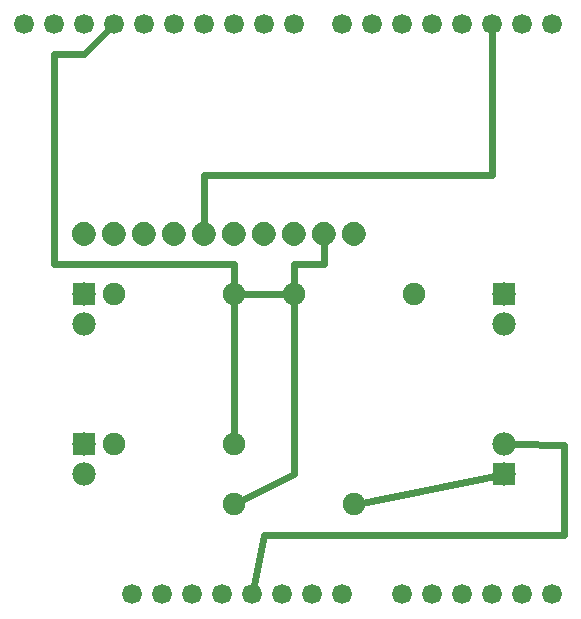
<source format=gtl>
G04 MADE WITH FRITZING*
G04 WWW.FRITZING.ORG*
G04 DOUBLE SIDED*
G04 HOLES PLATED*
G04 CONTOUR ON CENTER OF CONTOUR VECTOR*
%ASAXBY*%
%FSLAX23Y23*%
%MOIN*%
%OFA0B0*%
%SFA1.0B1.0*%
%ADD10C,0.060000*%
%ADD11C,0.078000*%
%ADD12C,0.075000*%
%ADD13C,0.066194*%
%ADD14C,0.066222*%
%ADD15R,0.078000X0.078000*%
%ADD16C,0.024000*%
%ADD17R,0.001000X0.001000*%
%LNCOPPER1*%
G90*
G70*
G54D10*
X713Y1280D03*
X613Y1280D03*
X513Y1280D03*
X413Y1280D03*
X313Y1280D03*
X913Y1280D03*
X813Y1280D03*
X1113Y1280D03*
X1013Y1280D03*
X1213Y1280D03*
G54D11*
X1713Y480D03*
X1713Y580D03*
X313Y580D03*
X313Y480D03*
X1713Y1080D03*
X1713Y980D03*
X313Y1080D03*
X313Y980D03*
G54D12*
X413Y580D03*
X813Y580D03*
X413Y1080D03*
X813Y1080D03*
X1413Y1080D03*
X1013Y1080D03*
X1213Y380D03*
X813Y380D03*
G54D13*
X1473Y80D03*
X1573Y80D03*
X1673Y80D03*
X1773Y80D03*
X1873Y80D03*
G54D14*
X1013Y1980D03*
X913Y1980D03*
X813Y1980D03*
X713Y1980D03*
X613Y1980D03*
X513Y1980D03*
X413Y1980D03*
X313Y1980D03*
X213Y1980D03*
X113Y1980D03*
X1873Y1980D03*
X1773Y1980D03*
X1673Y1980D03*
X1573Y1980D03*
X1473Y1980D03*
X1373Y1980D03*
X1273Y1980D03*
X1173Y1980D03*
G54D13*
X573Y80D03*
X473Y80D03*
X673Y80D03*
X773Y80D03*
X873Y80D03*
X973Y80D03*
X1073Y80D03*
X1173Y80D03*
X1373Y80D03*
G54D15*
X1713Y480D03*
X313Y580D03*
X1713Y1080D03*
X313Y1080D03*
G54D16*
X1013Y480D02*
X1013Y1052D01*
D02*
X813Y1180D02*
X213Y1180D01*
D02*
X1241Y386D02*
X1684Y474D01*
D02*
X1913Y579D02*
X1744Y580D01*
D02*
X1914Y279D02*
X1913Y579D01*
D02*
X914Y279D02*
X1914Y279D01*
D02*
X880Y110D02*
X914Y279D01*
D02*
X213Y1180D02*
X213Y1880D01*
D02*
X213Y1880D02*
X313Y1880D01*
D02*
X313Y1880D02*
X392Y1959D01*
D02*
X813Y1109D02*
X813Y1180D01*
D02*
X425Y1980D02*
X413Y1980D01*
D02*
X1673Y1479D02*
X714Y1479D01*
D02*
X714Y1479D02*
X714Y1311D01*
D02*
X1673Y1950D02*
X1673Y1479D01*
D02*
X839Y393D02*
X1013Y480D01*
D02*
X985Y1080D02*
X842Y1080D01*
D02*
X813Y1052D02*
X813Y609D01*
D02*
X1114Y1181D02*
X1013Y1180D01*
D02*
X1114Y1249D02*
X1114Y1181D01*
D02*
X1013Y1180D02*
X1013Y1109D01*
G54D17*
X309Y1321D02*
X317Y1321D01*
X409Y1321D02*
X417Y1321D01*
X509Y1321D02*
X517Y1321D01*
X609Y1321D02*
X617Y1321D01*
X709Y1321D02*
X717Y1321D01*
X808Y1321D02*
X817Y1321D01*
X908Y1321D02*
X917Y1321D01*
X1008Y1321D02*
X1017Y1321D01*
X1108Y1321D02*
X1117Y1321D01*
X1208Y1321D02*
X1217Y1321D01*
X304Y1320D02*
X322Y1320D01*
X404Y1320D02*
X422Y1320D01*
X504Y1320D02*
X522Y1320D01*
X604Y1320D02*
X622Y1320D01*
X704Y1320D02*
X722Y1320D01*
X804Y1320D02*
X822Y1320D01*
X904Y1320D02*
X922Y1320D01*
X1004Y1320D02*
X1022Y1320D01*
X1104Y1320D02*
X1122Y1320D01*
X1204Y1320D02*
X1221Y1320D01*
X301Y1319D02*
X325Y1319D01*
X401Y1319D02*
X425Y1319D01*
X501Y1319D02*
X525Y1319D01*
X601Y1319D02*
X625Y1319D01*
X701Y1319D02*
X725Y1319D01*
X801Y1319D02*
X825Y1319D01*
X901Y1319D02*
X925Y1319D01*
X1001Y1319D02*
X1025Y1319D01*
X1101Y1319D02*
X1125Y1319D01*
X1201Y1319D02*
X1225Y1319D01*
X298Y1318D02*
X327Y1318D01*
X398Y1318D02*
X427Y1318D01*
X498Y1318D02*
X527Y1318D01*
X598Y1318D02*
X627Y1318D01*
X698Y1318D02*
X727Y1318D01*
X798Y1318D02*
X827Y1318D01*
X898Y1318D02*
X927Y1318D01*
X998Y1318D02*
X1027Y1318D01*
X1098Y1318D02*
X1127Y1318D01*
X1198Y1318D02*
X1227Y1318D01*
X296Y1317D02*
X329Y1317D01*
X396Y1317D02*
X429Y1317D01*
X496Y1317D02*
X529Y1317D01*
X596Y1317D02*
X629Y1317D01*
X696Y1317D02*
X729Y1317D01*
X796Y1317D02*
X829Y1317D01*
X896Y1317D02*
X929Y1317D01*
X996Y1317D02*
X1029Y1317D01*
X1096Y1317D02*
X1129Y1317D01*
X1196Y1317D02*
X1229Y1317D01*
X294Y1316D02*
X331Y1316D01*
X394Y1316D02*
X431Y1316D01*
X494Y1316D02*
X531Y1316D01*
X594Y1316D02*
X631Y1316D01*
X694Y1316D02*
X731Y1316D01*
X794Y1316D02*
X831Y1316D01*
X894Y1316D02*
X931Y1316D01*
X994Y1316D02*
X1031Y1316D01*
X1094Y1316D02*
X1131Y1316D01*
X1194Y1316D02*
X1231Y1316D01*
X293Y1315D02*
X333Y1315D01*
X393Y1315D02*
X433Y1315D01*
X493Y1315D02*
X533Y1315D01*
X593Y1315D02*
X633Y1315D01*
X693Y1315D02*
X733Y1315D01*
X793Y1315D02*
X833Y1315D01*
X893Y1315D02*
X933Y1315D01*
X993Y1315D02*
X1033Y1315D01*
X1093Y1315D02*
X1133Y1315D01*
X1193Y1315D02*
X1233Y1315D01*
X291Y1314D02*
X334Y1314D01*
X391Y1314D02*
X434Y1314D01*
X491Y1314D02*
X534Y1314D01*
X591Y1314D02*
X634Y1314D01*
X691Y1314D02*
X734Y1314D01*
X791Y1314D02*
X834Y1314D01*
X891Y1314D02*
X934Y1314D01*
X991Y1314D02*
X1034Y1314D01*
X1091Y1314D02*
X1134Y1314D01*
X1191Y1314D02*
X1234Y1314D01*
X290Y1313D02*
X336Y1313D01*
X390Y1313D02*
X436Y1313D01*
X490Y1313D02*
X536Y1313D01*
X590Y1313D02*
X636Y1313D01*
X690Y1313D02*
X735Y1313D01*
X790Y1313D02*
X835Y1313D01*
X890Y1313D02*
X935Y1313D01*
X990Y1313D02*
X1035Y1313D01*
X1090Y1313D02*
X1135Y1313D01*
X1190Y1313D02*
X1235Y1313D01*
X289Y1312D02*
X337Y1312D01*
X389Y1312D02*
X437Y1312D01*
X489Y1312D02*
X537Y1312D01*
X589Y1312D02*
X637Y1312D01*
X689Y1312D02*
X737Y1312D01*
X789Y1312D02*
X837Y1312D01*
X889Y1312D02*
X937Y1312D01*
X989Y1312D02*
X1037Y1312D01*
X1089Y1312D02*
X1137Y1312D01*
X1189Y1312D02*
X1237Y1312D01*
X288Y1311D02*
X338Y1311D01*
X388Y1311D02*
X438Y1311D01*
X488Y1311D02*
X538Y1311D01*
X588Y1311D02*
X638Y1311D01*
X687Y1311D02*
X738Y1311D01*
X787Y1311D02*
X838Y1311D01*
X887Y1311D02*
X938Y1311D01*
X987Y1311D02*
X1038Y1311D01*
X1087Y1311D02*
X1138Y1311D01*
X1187Y1311D02*
X1238Y1311D01*
X286Y1310D02*
X339Y1310D01*
X386Y1310D02*
X439Y1310D01*
X486Y1310D02*
X539Y1310D01*
X586Y1310D02*
X639Y1310D01*
X686Y1310D02*
X739Y1310D01*
X786Y1310D02*
X839Y1310D01*
X886Y1310D02*
X939Y1310D01*
X986Y1310D02*
X1039Y1310D01*
X1086Y1310D02*
X1139Y1310D01*
X1186Y1310D02*
X1239Y1310D01*
X285Y1309D02*
X340Y1309D01*
X385Y1309D02*
X440Y1309D01*
X485Y1309D02*
X540Y1309D01*
X585Y1309D02*
X640Y1309D01*
X685Y1309D02*
X740Y1309D01*
X785Y1309D02*
X840Y1309D01*
X885Y1309D02*
X940Y1309D01*
X985Y1309D02*
X1040Y1309D01*
X1085Y1309D02*
X1140Y1309D01*
X1185Y1309D02*
X1240Y1309D01*
X285Y1308D02*
X341Y1308D01*
X384Y1308D02*
X441Y1308D01*
X484Y1308D02*
X541Y1308D01*
X584Y1308D02*
X641Y1308D01*
X684Y1308D02*
X741Y1308D01*
X784Y1308D02*
X841Y1308D01*
X884Y1308D02*
X941Y1308D01*
X984Y1308D02*
X1041Y1308D01*
X1084Y1308D02*
X1141Y1308D01*
X1184Y1308D02*
X1241Y1308D01*
X284Y1307D02*
X342Y1307D01*
X384Y1307D02*
X442Y1307D01*
X484Y1307D02*
X542Y1307D01*
X584Y1307D02*
X642Y1307D01*
X683Y1307D02*
X742Y1307D01*
X783Y1307D02*
X842Y1307D01*
X883Y1307D02*
X942Y1307D01*
X983Y1307D02*
X1042Y1307D01*
X1083Y1307D02*
X1142Y1307D01*
X1183Y1307D02*
X1242Y1307D01*
X283Y1306D02*
X343Y1306D01*
X383Y1306D02*
X443Y1306D01*
X483Y1306D02*
X543Y1306D01*
X583Y1306D02*
X643Y1306D01*
X683Y1306D02*
X743Y1306D01*
X783Y1306D02*
X843Y1306D01*
X883Y1306D02*
X943Y1306D01*
X983Y1306D02*
X1043Y1306D01*
X1083Y1306D02*
X1143Y1306D01*
X1182Y1306D02*
X1243Y1306D01*
X282Y1305D02*
X344Y1305D01*
X382Y1305D02*
X444Y1305D01*
X482Y1305D02*
X544Y1305D01*
X582Y1305D02*
X644Y1305D01*
X682Y1305D02*
X744Y1305D01*
X782Y1305D02*
X844Y1305D01*
X882Y1305D02*
X944Y1305D01*
X982Y1305D02*
X1043Y1305D01*
X1082Y1305D02*
X1143Y1305D01*
X1182Y1305D02*
X1243Y1305D01*
X281Y1304D02*
X344Y1304D01*
X381Y1304D02*
X444Y1304D01*
X481Y1304D02*
X544Y1304D01*
X581Y1304D02*
X644Y1304D01*
X681Y1304D02*
X744Y1304D01*
X781Y1304D02*
X844Y1304D01*
X881Y1304D02*
X944Y1304D01*
X981Y1304D02*
X1044Y1304D01*
X1081Y1304D02*
X1144Y1304D01*
X1181Y1304D02*
X1244Y1304D01*
X280Y1303D02*
X345Y1303D01*
X380Y1303D02*
X445Y1303D01*
X480Y1303D02*
X545Y1303D01*
X580Y1303D02*
X645Y1303D01*
X680Y1303D02*
X745Y1303D01*
X780Y1303D02*
X845Y1303D01*
X880Y1303D02*
X945Y1303D01*
X980Y1303D02*
X1045Y1303D01*
X1080Y1303D02*
X1145Y1303D01*
X1180Y1303D02*
X1245Y1303D01*
X280Y1302D02*
X346Y1302D01*
X380Y1302D02*
X446Y1302D01*
X480Y1302D02*
X546Y1302D01*
X580Y1302D02*
X646Y1302D01*
X680Y1302D02*
X746Y1302D01*
X780Y1302D02*
X846Y1302D01*
X880Y1302D02*
X946Y1302D01*
X980Y1302D02*
X1046Y1302D01*
X1080Y1302D02*
X1146Y1302D01*
X1180Y1302D02*
X1246Y1302D01*
X279Y1301D02*
X308Y1301D01*
X318Y1301D02*
X346Y1301D01*
X379Y1301D02*
X408Y1301D01*
X418Y1301D02*
X446Y1301D01*
X479Y1301D02*
X508Y1301D01*
X518Y1301D02*
X546Y1301D01*
X579Y1301D02*
X608Y1301D01*
X618Y1301D02*
X646Y1301D01*
X679Y1301D02*
X708Y1301D01*
X718Y1301D02*
X746Y1301D01*
X779Y1301D02*
X808Y1301D01*
X818Y1301D02*
X846Y1301D01*
X879Y1301D02*
X908Y1301D01*
X918Y1301D02*
X946Y1301D01*
X979Y1301D02*
X1008Y1301D01*
X1018Y1301D02*
X1046Y1301D01*
X1079Y1301D02*
X1108Y1301D01*
X1117Y1301D02*
X1146Y1301D01*
X1179Y1301D02*
X1208Y1301D01*
X1217Y1301D02*
X1246Y1301D01*
X279Y1300D02*
X304Y1300D01*
X322Y1300D02*
X347Y1300D01*
X379Y1300D02*
X404Y1300D01*
X422Y1300D02*
X447Y1300D01*
X478Y1300D02*
X504Y1300D01*
X521Y1300D02*
X547Y1300D01*
X578Y1300D02*
X604Y1300D01*
X621Y1300D02*
X647Y1300D01*
X678Y1300D02*
X704Y1300D01*
X721Y1300D02*
X747Y1300D01*
X778Y1300D02*
X804Y1300D01*
X821Y1300D02*
X847Y1300D01*
X878Y1300D02*
X904Y1300D01*
X921Y1300D02*
X947Y1300D01*
X978Y1300D02*
X1004Y1300D01*
X1021Y1300D02*
X1047Y1300D01*
X1078Y1300D02*
X1104Y1300D01*
X1121Y1300D02*
X1147Y1300D01*
X1178Y1300D02*
X1204Y1300D01*
X1221Y1300D02*
X1247Y1300D01*
X278Y1299D02*
X302Y1299D01*
X324Y1299D02*
X348Y1299D01*
X378Y1299D02*
X402Y1299D01*
X424Y1299D02*
X448Y1299D01*
X478Y1299D02*
X502Y1299D01*
X524Y1299D02*
X548Y1299D01*
X578Y1299D02*
X602Y1299D01*
X624Y1299D02*
X648Y1299D01*
X678Y1299D02*
X702Y1299D01*
X724Y1299D02*
X748Y1299D01*
X778Y1299D02*
X802Y1299D01*
X824Y1299D02*
X847Y1299D01*
X878Y1299D02*
X902Y1299D01*
X924Y1299D02*
X947Y1299D01*
X978Y1299D02*
X1002Y1299D01*
X1024Y1299D02*
X1047Y1299D01*
X1078Y1299D02*
X1102Y1299D01*
X1123Y1299D02*
X1147Y1299D01*
X1178Y1299D02*
X1202Y1299D01*
X1223Y1299D02*
X1247Y1299D01*
X277Y1298D02*
X300Y1298D01*
X325Y1298D02*
X348Y1298D01*
X377Y1298D02*
X400Y1298D01*
X425Y1298D02*
X448Y1298D01*
X477Y1298D02*
X500Y1298D01*
X525Y1298D02*
X548Y1298D01*
X577Y1298D02*
X600Y1298D01*
X625Y1298D02*
X648Y1298D01*
X677Y1298D02*
X700Y1298D01*
X725Y1298D02*
X748Y1298D01*
X777Y1298D02*
X800Y1298D01*
X825Y1298D02*
X848Y1298D01*
X877Y1298D02*
X900Y1298D01*
X925Y1298D02*
X948Y1298D01*
X977Y1298D02*
X1000Y1298D01*
X1025Y1298D02*
X1048Y1298D01*
X1077Y1298D02*
X1100Y1298D01*
X1125Y1298D02*
X1148Y1298D01*
X1177Y1298D02*
X1200Y1298D01*
X1225Y1298D02*
X1248Y1298D01*
X277Y1297D02*
X299Y1297D01*
X327Y1297D02*
X349Y1297D01*
X377Y1297D02*
X399Y1297D01*
X427Y1297D02*
X449Y1297D01*
X477Y1297D02*
X499Y1297D01*
X527Y1297D02*
X549Y1297D01*
X577Y1297D02*
X599Y1297D01*
X627Y1297D02*
X649Y1297D01*
X677Y1297D02*
X699Y1297D01*
X727Y1297D02*
X749Y1297D01*
X777Y1297D02*
X799Y1297D01*
X827Y1297D02*
X849Y1297D01*
X877Y1297D02*
X899Y1297D01*
X927Y1297D02*
X948Y1297D01*
X977Y1297D02*
X999Y1297D01*
X1027Y1297D02*
X1048Y1297D01*
X1077Y1297D02*
X1099Y1297D01*
X1127Y1297D02*
X1148Y1297D01*
X1177Y1297D02*
X1199Y1297D01*
X1227Y1297D02*
X1248Y1297D01*
X277Y1296D02*
X298Y1296D01*
X328Y1296D02*
X349Y1296D01*
X377Y1296D02*
X398Y1296D01*
X428Y1296D02*
X449Y1296D01*
X476Y1296D02*
X498Y1296D01*
X528Y1296D02*
X549Y1296D01*
X576Y1296D02*
X598Y1296D01*
X628Y1296D02*
X649Y1296D01*
X676Y1296D02*
X698Y1296D01*
X728Y1296D02*
X749Y1296D01*
X776Y1296D02*
X798Y1296D01*
X828Y1296D02*
X849Y1296D01*
X876Y1296D02*
X898Y1296D01*
X928Y1296D02*
X949Y1296D01*
X976Y1296D02*
X998Y1296D01*
X1028Y1296D02*
X1049Y1296D01*
X1076Y1296D02*
X1097Y1296D01*
X1128Y1296D02*
X1149Y1296D01*
X1176Y1296D02*
X1197Y1296D01*
X1228Y1296D02*
X1249Y1296D01*
X276Y1295D02*
X297Y1295D01*
X329Y1295D02*
X350Y1295D01*
X376Y1295D02*
X397Y1295D01*
X429Y1295D02*
X449Y1295D01*
X476Y1295D02*
X497Y1295D01*
X529Y1295D02*
X549Y1295D01*
X576Y1295D02*
X597Y1295D01*
X629Y1295D02*
X649Y1295D01*
X676Y1295D02*
X697Y1295D01*
X729Y1295D02*
X749Y1295D01*
X776Y1295D02*
X797Y1295D01*
X829Y1295D02*
X849Y1295D01*
X876Y1295D02*
X897Y1295D01*
X929Y1295D02*
X949Y1295D01*
X976Y1295D02*
X997Y1295D01*
X1029Y1295D02*
X1049Y1295D01*
X1076Y1295D02*
X1097Y1295D01*
X1129Y1295D02*
X1149Y1295D01*
X1176Y1295D02*
X1197Y1295D01*
X1229Y1295D02*
X1249Y1295D01*
X276Y1294D02*
X296Y1294D01*
X330Y1294D02*
X350Y1294D01*
X376Y1294D02*
X396Y1294D01*
X430Y1294D02*
X450Y1294D01*
X476Y1294D02*
X496Y1294D01*
X530Y1294D02*
X550Y1294D01*
X576Y1294D02*
X596Y1294D01*
X630Y1294D02*
X650Y1294D01*
X676Y1294D02*
X696Y1294D01*
X729Y1294D02*
X750Y1294D01*
X776Y1294D02*
X796Y1294D01*
X829Y1294D02*
X850Y1294D01*
X876Y1294D02*
X896Y1294D01*
X929Y1294D02*
X950Y1294D01*
X976Y1294D02*
X996Y1294D01*
X1029Y1294D02*
X1050Y1294D01*
X1076Y1294D02*
X1096Y1294D01*
X1129Y1294D02*
X1150Y1294D01*
X1176Y1294D02*
X1196Y1294D01*
X1229Y1294D02*
X1250Y1294D01*
X275Y1293D02*
X295Y1293D01*
X330Y1293D02*
X350Y1293D01*
X375Y1293D02*
X395Y1293D01*
X430Y1293D02*
X450Y1293D01*
X475Y1293D02*
X495Y1293D01*
X530Y1293D02*
X550Y1293D01*
X575Y1293D02*
X595Y1293D01*
X630Y1293D02*
X650Y1293D01*
X675Y1293D02*
X695Y1293D01*
X730Y1293D02*
X750Y1293D01*
X775Y1293D02*
X795Y1293D01*
X830Y1293D02*
X850Y1293D01*
X875Y1293D02*
X895Y1293D01*
X930Y1293D02*
X950Y1293D01*
X975Y1293D02*
X995Y1293D01*
X1030Y1293D02*
X1050Y1293D01*
X1075Y1293D02*
X1095Y1293D01*
X1130Y1293D02*
X1150Y1293D01*
X1175Y1293D02*
X1195Y1293D01*
X1230Y1293D02*
X1250Y1293D01*
X275Y1292D02*
X295Y1292D01*
X331Y1292D02*
X351Y1292D01*
X375Y1292D02*
X395Y1292D01*
X431Y1292D02*
X451Y1292D01*
X475Y1292D02*
X495Y1292D01*
X531Y1292D02*
X551Y1292D01*
X575Y1292D02*
X595Y1292D01*
X631Y1292D02*
X651Y1292D01*
X675Y1292D02*
X695Y1292D01*
X731Y1292D02*
X750Y1292D01*
X775Y1292D02*
X795Y1292D01*
X831Y1292D02*
X850Y1292D01*
X875Y1292D02*
X895Y1292D01*
X931Y1292D02*
X950Y1292D01*
X975Y1292D02*
X995Y1292D01*
X1031Y1292D02*
X1050Y1292D01*
X1075Y1292D02*
X1095Y1292D01*
X1131Y1292D02*
X1150Y1292D01*
X1175Y1292D02*
X1195Y1292D01*
X1231Y1292D02*
X1250Y1292D01*
X275Y1291D02*
X294Y1291D01*
X331Y1291D02*
X351Y1291D01*
X375Y1291D02*
X394Y1291D01*
X431Y1291D02*
X451Y1291D01*
X475Y1291D02*
X494Y1291D01*
X531Y1291D02*
X551Y1291D01*
X575Y1291D02*
X594Y1291D01*
X631Y1291D02*
X651Y1291D01*
X675Y1291D02*
X694Y1291D01*
X731Y1291D02*
X751Y1291D01*
X775Y1291D02*
X794Y1291D01*
X831Y1291D02*
X851Y1291D01*
X875Y1291D02*
X894Y1291D01*
X931Y1291D02*
X951Y1291D01*
X975Y1291D02*
X994Y1291D01*
X1031Y1291D02*
X1051Y1291D01*
X1075Y1291D02*
X1094Y1291D01*
X1131Y1291D02*
X1151Y1291D01*
X1175Y1291D02*
X1194Y1291D01*
X1231Y1291D02*
X1251Y1291D01*
X274Y1290D02*
X294Y1290D01*
X332Y1290D02*
X351Y1290D01*
X374Y1290D02*
X394Y1290D01*
X432Y1290D02*
X451Y1290D01*
X474Y1290D02*
X494Y1290D01*
X532Y1290D02*
X551Y1290D01*
X574Y1290D02*
X594Y1290D01*
X632Y1290D02*
X651Y1290D01*
X674Y1290D02*
X694Y1290D01*
X732Y1290D02*
X751Y1290D01*
X774Y1290D02*
X794Y1290D01*
X832Y1290D02*
X851Y1290D01*
X874Y1290D02*
X894Y1290D01*
X932Y1290D02*
X951Y1290D01*
X974Y1290D02*
X994Y1290D01*
X1032Y1290D02*
X1051Y1290D01*
X1074Y1290D02*
X1094Y1290D01*
X1132Y1290D02*
X1151Y1290D01*
X1174Y1290D02*
X1194Y1290D01*
X1232Y1290D02*
X1251Y1290D01*
X274Y1289D02*
X293Y1289D01*
X332Y1289D02*
X351Y1289D01*
X374Y1289D02*
X393Y1289D01*
X432Y1289D02*
X451Y1289D01*
X474Y1289D02*
X493Y1289D01*
X532Y1289D02*
X551Y1289D01*
X574Y1289D02*
X593Y1289D01*
X632Y1289D02*
X651Y1289D01*
X674Y1289D02*
X693Y1289D01*
X732Y1289D02*
X751Y1289D01*
X774Y1289D02*
X793Y1289D01*
X832Y1289D02*
X851Y1289D01*
X874Y1289D02*
X893Y1289D01*
X932Y1289D02*
X951Y1289D01*
X974Y1289D02*
X993Y1289D01*
X1032Y1289D02*
X1051Y1289D01*
X1074Y1289D02*
X1093Y1289D01*
X1132Y1289D02*
X1151Y1289D01*
X1174Y1289D02*
X1193Y1289D01*
X1232Y1289D02*
X1251Y1289D01*
X274Y1288D02*
X293Y1288D01*
X332Y1288D02*
X352Y1288D01*
X374Y1288D02*
X393Y1288D01*
X432Y1288D02*
X452Y1288D01*
X474Y1288D02*
X493Y1288D01*
X532Y1288D02*
X552Y1288D01*
X574Y1288D02*
X593Y1288D01*
X632Y1288D02*
X652Y1288D01*
X674Y1288D02*
X693Y1288D01*
X732Y1288D02*
X752Y1288D01*
X774Y1288D02*
X793Y1288D01*
X832Y1288D02*
X851Y1288D01*
X874Y1288D02*
X893Y1288D01*
X932Y1288D02*
X951Y1288D01*
X974Y1288D02*
X993Y1288D01*
X1032Y1288D02*
X1051Y1288D01*
X1074Y1288D02*
X1093Y1288D01*
X1132Y1288D02*
X1151Y1288D01*
X1174Y1288D02*
X1193Y1288D01*
X1232Y1288D02*
X1251Y1288D01*
X274Y1287D02*
X293Y1287D01*
X333Y1287D02*
X352Y1287D01*
X374Y1287D02*
X393Y1287D01*
X433Y1287D02*
X452Y1287D01*
X474Y1287D02*
X493Y1287D01*
X533Y1287D02*
X552Y1287D01*
X574Y1287D02*
X593Y1287D01*
X633Y1287D02*
X652Y1287D01*
X674Y1287D02*
X693Y1287D01*
X733Y1287D02*
X752Y1287D01*
X774Y1287D02*
X793Y1287D01*
X833Y1287D02*
X852Y1287D01*
X874Y1287D02*
X893Y1287D01*
X932Y1287D02*
X952Y1287D01*
X974Y1287D02*
X993Y1287D01*
X1032Y1287D02*
X1052Y1287D01*
X1074Y1287D02*
X1093Y1287D01*
X1132Y1287D02*
X1152Y1287D01*
X1174Y1287D02*
X1193Y1287D01*
X1232Y1287D02*
X1252Y1287D01*
X274Y1286D02*
X293Y1286D01*
X333Y1286D02*
X352Y1286D01*
X374Y1286D02*
X393Y1286D01*
X433Y1286D02*
X452Y1286D01*
X474Y1286D02*
X493Y1286D01*
X533Y1286D02*
X552Y1286D01*
X574Y1286D02*
X593Y1286D01*
X633Y1286D02*
X652Y1286D01*
X674Y1286D02*
X693Y1286D01*
X733Y1286D02*
X752Y1286D01*
X774Y1286D02*
X793Y1286D01*
X833Y1286D02*
X852Y1286D01*
X874Y1286D02*
X893Y1286D01*
X933Y1286D02*
X952Y1286D01*
X973Y1286D02*
X993Y1286D01*
X1033Y1286D02*
X1052Y1286D01*
X1073Y1286D02*
X1093Y1286D01*
X1133Y1286D02*
X1152Y1286D01*
X1173Y1286D02*
X1193Y1286D01*
X1233Y1286D02*
X1252Y1286D01*
X274Y1285D02*
X293Y1285D01*
X333Y1285D02*
X352Y1285D01*
X374Y1285D02*
X393Y1285D01*
X433Y1285D02*
X452Y1285D01*
X473Y1285D02*
X493Y1285D01*
X533Y1285D02*
X552Y1285D01*
X573Y1285D02*
X593Y1285D01*
X633Y1285D02*
X652Y1285D01*
X673Y1285D02*
X693Y1285D01*
X733Y1285D02*
X752Y1285D01*
X773Y1285D02*
X792Y1285D01*
X833Y1285D02*
X852Y1285D01*
X873Y1285D02*
X892Y1285D01*
X933Y1285D02*
X952Y1285D01*
X973Y1285D02*
X992Y1285D01*
X1033Y1285D02*
X1052Y1285D01*
X1073Y1285D02*
X1092Y1285D01*
X1133Y1285D02*
X1152Y1285D01*
X1173Y1285D02*
X1192Y1285D01*
X1233Y1285D02*
X1252Y1285D01*
X273Y1284D02*
X293Y1284D01*
X333Y1284D02*
X352Y1284D01*
X373Y1284D02*
X393Y1284D01*
X433Y1284D02*
X452Y1284D01*
X473Y1284D02*
X492Y1284D01*
X533Y1284D02*
X552Y1284D01*
X573Y1284D02*
X592Y1284D01*
X633Y1284D02*
X652Y1284D01*
X673Y1284D02*
X692Y1284D01*
X733Y1284D02*
X752Y1284D01*
X773Y1284D02*
X792Y1284D01*
X833Y1284D02*
X852Y1284D01*
X873Y1284D02*
X892Y1284D01*
X933Y1284D02*
X952Y1284D01*
X973Y1284D02*
X992Y1284D01*
X1033Y1284D02*
X1052Y1284D01*
X1073Y1284D02*
X1092Y1284D01*
X1133Y1284D02*
X1152Y1284D01*
X1173Y1284D02*
X1192Y1284D01*
X1233Y1284D02*
X1252Y1284D01*
X273Y1283D02*
X292Y1283D01*
X333Y1283D02*
X352Y1283D01*
X373Y1283D02*
X392Y1283D01*
X433Y1283D02*
X452Y1283D01*
X473Y1283D02*
X492Y1283D01*
X533Y1283D02*
X552Y1283D01*
X573Y1283D02*
X592Y1283D01*
X633Y1283D02*
X652Y1283D01*
X673Y1283D02*
X692Y1283D01*
X733Y1283D02*
X752Y1283D01*
X773Y1283D02*
X792Y1283D01*
X833Y1283D02*
X852Y1283D01*
X873Y1283D02*
X892Y1283D01*
X933Y1283D02*
X952Y1283D01*
X973Y1283D02*
X992Y1283D01*
X1033Y1283D02*
X1052Y1283D01*
X1073Y1283D02*
X1092Y1283D01*
X1133Y1283D02*
X1152Y1283D01*
X1173Y1283D02*
X1192Y1283D01*
X1233Y1283D02*
X1252Y1283D01*
X273Y1282D02*
X292Y1282D01*
X333Y1282D02*
X352Y1282D01*
X373Y1282D02*
X392Y1282D01*
X433Y1282D02*
X452Y1282D01*
X473Y1282D02*
X492Y1282D01*
X533Y1282D02*
X552Y1282D01*
X573Y1282D02*
X592Y1282D01*
X633Y1282D02*
X652Y1282D01*
X673Y1282D02*
X692Y1282D01*
X733Y1282D02*
X752Y1282D01*
X773Y1282D02*
X792Y1282D01*
X833Y1282D02*
X852Y1282D01*
X873Y1282D02*
X892Y1282D01*
X933Y1282D02*
X952Y1282D01*
X973Y1282D02*
X992Y1282D01*
X1033Y1282D02*
X1052Y1282D01*
X1073Y1282D02*
X1092Y1282D01*
X1133Y1282D02*
X1152Y1282D01*
X1173Y1282D02*
X1192Y1282D01*
X1233Y1282D02*
X1252Y1282D01*
X273Y1281D02*
X292Y1281D01*
X333Y1281D02*
X352Y1281D01*
X373Y1281D02*
X392Y1281D01*
X433Y1281D02*
X452Y1281D01*
X473Y1281D02*
X492Y1281D01*
X533Y1281D02*
X552Y1281D01*
X573Y1281D02*
X592Y1281D01*
X633Y1281D02*
X652Y1281D01*
X673Y1281D02*
X692Y1281D01*
X733Y1281D02*
X752Y1281D01*
X773Y1281D02*
X792Y1281D01*
X833Y1281D02*
X852Y1281D01*
X873Y1281D02*
X892Y1281D01*
X933Y1281D02*
X952Y1281D01*
X973Y1281D02*
X992Y1281D01*
X1033Y1281D02*
X1052Y1281D01*
X1073Y1281D02*
X1092Y1281D01*
X1133Y1281D02*
X1152Y1281D01*
X1173Y1281D02*
X1192Y1281D01*
X1233Y1281D02*
X1252Y1281D01*
X273Y1280D02*
X292Y1280D01*
X333Y1280D02*
X352Y1280D01*
X373Y1280D02*
X392Y1280D01*
X433Y1280D02*
X452Y1280D01*
X473Y1280D02*
X492Y1280D01*
X533Y1280D02*
X552Y1280D01*
X573Y1280D02*
X592Y1280D01*
X633Y1280D02*
X652Y1280D01*
X673Y1280D02*
X692Y1280D01*
X733Y1280D02*
X752Y1280D01*
X773Y1280D02*
X792Y1280D01*
X833Y1280D02*
X852Y1280D01*
X873Y1280D02*
X892Y1280D01*
X933Y1280D02*
X952Y1280D01*
X973Y1280D02*
X992Y1280D01*
X1033Y1280D02*
X1052Y1280D01*
X1073Y1280D02*
X1092Y1280D01*
X1133Y1280D02*
X1152Y1280D01*
X1173Y1280D02*
X1192Y1280D01*
X1233Y1280D02*
X1252Y1280D01*
X273Y1279D02*
X293Y1279D01*
X333Y1279D02*
X352Y1279D01*
X373Y1279D02*
X392Y1279D01*
X433Y1279D02*
X452Y1279D01*
X473Y1279D02*
X492Y1279D01*
X533Y1279D02*
X552Y1279D01*
X573Y1279D02*
X592Y1279D01*
X633Y1279D02*
X652Y1279D01*
X673Y1279D02*
X692Y1279D01*
X733Y1279D02*
X752Y1279D01*
X773Y1279D02*
X792Y1279D01*
X833Y1279D02*
X852Y1279D01*
X873Y1279D02*
X892Y1279D01*
X933Y1279D02*
X952Y1279D01*
X973Y1279D02*
X992Y1279D01*
X1033Y1279D02*
X1052Y1279D01*
X1073Y1279D02*
X1092Y1279D01*
X1133Y1279D02*
X1152Y1279D01*
X1173Y1279D02*
X1192Y1279D01*
X1233Y1279D02*
X1252Y1279D01*
X274Y1278D02*
X293Y1278D01*
X333Y1278D02*
X352Y1278D01*
X373Y1278D02*
X393Y1278D01*
X433Y1278D02*
X452Y1278D01*
X473Y1278D02*
X493Y1278D01*
X533Y1278D02*
X552Y1278D01*
X573Y1278D02*
X593Y1278D01*
X633Y1278D02*
X652Y1278D01*
X673Y1278D02*
X692Y1278D01*
X733Y1278D02*
X752Y1278D01*
X773Y1278D02*
X792Y1278D01*
X833Y1278D02*
X852Y1278D01*
X873Y1278D02*
X892Y1278D01*
X933Y1278D02*
X952Y1278D01*
X973Y1278D02*
X992Y1278D01*
X1033Y1278D02*
X1052Y1278D01*
X1073Y1278D02*
X1092Y1278D01*
X1133Y1278D02*
X1152Y1278D01*
X1173Y1278D02*
X1192Y1278D01*
X1233Y1278D02*
X1252Y1278D01*
X274Y1277D02*
X293Y1277D01*
X333Y1277D02*
X352Y1277D01*
X374Y1277D02*
X393Y1277D01*
X433Y1277D02*
X452Y1277D01*
X474Y1277D02*
X493Y1277D01*
X533Y1277D02*
X552Y1277D01*
X574Y1277D02*
X593Y1277D01*
X633Y1277D02*
X652Y1277D01*
X674Y1277D02*
X693Y1277D01*
X733Y1277D02*
X752Y1277D01*
X774Y1277D02*
X793Y1277D01*
X833Y1277D02*
X852Y1277D01*
X873Y1277D02*
X893Y1277D01*
X933Y1277D02*
X952Y1277D01*
X973Y1277D02*
X992Y1277D01*
X1033Y1277D02*
X1052Y1277D01*
X1073Y1277D02*
X1092Y1277D01*
X1133Y1277D02*
X1152Y1277D01*
X1173Y1277D02*
X1192Y1277D01*
X1233Y1277D02*
X1252Y1277D01*
X274Y1276D02*
X293Y1276D01*
X333Y1276D02*
X352Y1276D01*
X374Y1276D02*
X393Y1276D01*
X433Y1276D02*
X452Y1276D01*
X474Y1276D02*
X493Y1276D01*
X533Y1276D02*
X552Y1276D01*
X574Y1276D02*
X593Y1276D01*
X633Y1276D02*
X652Y1276D01*
X674Y1276D02*
X693Y1276D01*
X733Y1276D02*
X752Y1276D01*
X774Y1276D02*
X793Y1276D01*
X833Y1276D02*
X852Y1276D01*
X874Y1276D02*
X893Y1276D01*
X933Y1276D02*
X952Y1276D01*
X974Y1276D02*
X993Y1276D01*
X1033Y1276D02*
X1052Y1276D01*
X1074Y1276D02*
X1093Y1276D01*
X1133Y1276D02*
X1152Y1276D01*
X1174Y1276D02*
X1193Y1276D01*
X1232Y1276D02*
X1252Y1276D01*
X274Y1275D02*
X293Y1275D01*
X332Y1275D02*
X352Y1275D01*
X374Y1275D02*
X393Y1275D01*
X432Y1275D02*
X452Y1275D01*
X474Y1275D02*
X493Y1275D01*
X532Y1275D02*
X552Y1275D01*
X574Y1275D02*
X593Y1275D01*
X632Y1275D02*
X652Y1275D01*
X674Y1275D02*
X693Y1275D01*
X732Y1275D02*
X752Y1275D01*
X774Y1275D02*
X793Y1275D01*
X832Y1275D02*
X852Y1275D01*
X874Y1275D02*
X893Y1275D01*
X932Y1275D02*
X952Y1275D01*
X974Y1275D02*
X993Y1275D01*
X1032Y1275D02*
X1051Y1275D01*
X1074Y1275D02*
X1093Y1275D01*
X1132Y1275D02*
X1151Y1275D01*
X1174Y1275D02*
X1193Y1275D01*
X1232Y1275D02*
X1251Y1275D01*
X274Y1274D02*
X293Y1274D01*
X332Y1274D02*
X351Y1274D01*
X374Y1274D02*
X393Y1274D01*
X432Y1274D02*
X451Y1274D01*
X474Y1274D02*
X493Y1274D01*
X532Y1274D02*
X551Y1274D01*
X574Y1274D02*
X593Y1274D01*
X632Y1274D02*
X651Y1274D01*
X674Y1274D02*
X693Y1274D01*
X732Y1274D02*
X751Y1274D01*
X774Y1274D02*
X793Y1274D01*
X832Y1274D02*
X851Y1274D01*
X874Y1274D02*
X893Y1274D01*
X932Y1274D02*
X951Y1274D01*
X974Y1274D02*
X993Y1274D01*
X1032Y1274D02*
X1051Y1274D01*
X1074Y1274D02*
X1093Y1274D01*
X1132Y1274D02*
X1151Y1274D01*
X1174Y1274D02*
X1193Y1274D01*
X1232Y1274D02*
X1251Y1274D01*
X274Y1273D02*
X294Y1273D01*
X332Y1273D02*
X351Y1273D01*
X374Y1273D02*
X394Y1273D01*
X432Y1273D02*
X451Y1273D01*
X474Y1273D02*
X494Y1273D01*
X532Y1273D02*
X551Y1273D01*
X574Y1273D02*
X594Y1273D01*
X632Y1273D02*
X651Y1273D01*
X674Y1273D02*
X694Y1273D01*
X732Y1273D02*
X751Y1273D01*
X774Y1273D02*
X794Y1273D01*
X832Y1273D02*
X851Y1273D01*
X874Y1273D02*
X894Y1273D01*
X932Y1273D02*
X951Y1273D01*
X974Y1273D02*
X994Y1273D01*
X1032Y1273D02*
X1051Y1273D01*
X1074Y1273D02*
X1094Y1273D01*
X1132Y1273D02*
X1151Y1273D01*
X1174Y1273D02*
X1193Y1273D01*
X1232Y1273D02*
X1251Y1273D01*
X275Y1272D02*
X294Y1272D01*
X331Y1272D02*
X351Y1272D01*
X375Y1272D02*
X394Y1272D01*
X431Y1272D02*
X451Y1272D01*
X475Y1272D02*
X494Y1272D01*
X531Y1272D02*
X551Y1272D01*
X575Y1272D02*
X594Y1272D01*
X631Y1272D02*
X651Y1272D01*
X675Y1272D02*
X694Y1272D01*
X731Y1272D02*
X751Y1272D01*
X775Y1272D02*
X794Y1272D01*
X831Y1272D02*
X851Y1272D01*
X875Y1272D02*
X894Y1272D01*
X931Y1272D02*
X951Y1272D01*
X974Y1272D02*
X994Y1272D01*
X1031Y1272D02*
X1051Y1272D01*
X1074Y1272D02*
X1094Y1272D01*
X1131Y1272D02*
X1151Y1272D01*
X1174Y1272D02*
X1194Y1272D01*
X1231Y1272D02*
X1251Y1272D01*
X275Y1271D02*
X295Y1271D01*
X331Y1271D02*
X351Y1271D01*
X375Y1271D02*
X395Y1271D01*
X431Y1271D02*
X451Y1271D01*
X475Y1271D02*
X495Y1271D01*
X531Y1271D02*
X551Y1271D01*
X575Y1271D02*
X595Y1271D01*
X631Y1271D02*
X651Y1271D01*
X675Y1271D02*
X695Y1271D01*
X731Y1271D02*
X751Y1271D01*
X775Y1271D02*
X795Y1271D01*
X831Y1271D02*
X851Y1271D01*
X875Y1271D02*
X895Y1271D01*
X931Y1271D02*
X951Y1271D01*
X975Y1271D02*
X994Y1271D01*
X1031Y1271D02*
X1050Y1271D01*
X1075Y1271D02*
X1094Y1271D01*
X1131Y1271D02*
X1150Y1271D01*
X1175Y1271D02*
X1194Y1271D01*
X1231Y1271D02*
X1250Y1271D01*
X275Y1270D02*
X295Y1270D01*
X330Y1270D02*
X350Y1270D01*
X375Y1270D02*
X395Y1270D01*
X430Y1270D02*
X450Y1270D01*
X475Y1270D02*
X495Y1270D01*
X530Y1270D02*
X550Y1270D01*
X575Y1270D02*
X595Y1270D01*
X630Y1270D02*
X650Y1270D01*
X675Y1270D02*
X695Y1270D01*
X730Y1270D02*
X750Y1270D01*
X775Y1270D02*
X795Y1270D01*
X830Y1270D02*
X850Y1270D01*
X875Y1270D02*
X895Y1270D01*
X930Y1270D02*
X950Y1270D01*
X975Y1270D02*
X995Y1270D01*
X1030Y1270D02*
X1050Y1270D01*
X1075Y1270D02*
X1095Y1270D01*
X1130Y1270D02*
X1150Y1270D01*
X1175Y1270D02*
X1195Y1270D01*
X1230Y1270D02*
X1250Y1270D01*
X276Y1269D02*
X296Y1269D01*
X330Y1269D02*
X350Y1269D01*
X376Y1269D02*
X396Y1269D01*
X430Y1269D02*
X450Y1269D01*
X476Y1269D02*
X496Y1269D01*
X530Y1269D02*
X550Y1269D01*
X576Y1269D02*
X596Y1269D01*
X630Y1269D02*
X650Y1269D01*
X676Y1269D02*
X696Y1269D01*
X730Y1269D02*
X750Y1269D01*
X775Y1269D02*
X796Y1269D01*
X830Y1269D02*
X850Y1269D01*
X875Y1269D02*
X896Y1269D01*
X930Y1269D02*
X950Y1269D01*
X975Y1269D02*
X996Y1269D01*
X1030Y1269D02*
X1050Y1269D01*
X1075Y1269D02*
X1096Y1269D01*
X1130Y1269D02*
X1150Y1269D01*
X1175Y1269D02*
X1196Y1269D01*
X1230Y1269D02*
X1250Y1269D01*
X276Y1268D02*
X297Y1268D01*
X329Y1268D02*
X350Y1268D01*
X376Y1268D02*
X397Y1268D01*
X429Y1268D02*
X450Y1268D01*
X476Y1268D02*
X497Y1268D01*
X529Y1268D02*
X550Y1268D01*
X576Y1268D02*
X597Y1268D01*
X629Y1268D02*
X650Y1268D01*
X676Y1268D02*
X697Y1268D01*
X729Y1268D02*
X749Y1268D01*
X776Y1268D02*
X797Y1268D01*
X829Y1268D02*
X849Y1268D01*
X876Y1268D02*
X896Y1268D01*
X929Y1268D02*
X949Y1268D01*
X976Y1268D02*
X996Y1268D01*
X1029Y1268D02*
X1049Y1268D01*
X1076Y1268D02*
X1096Y1268D01*
X1129Y1268D02*
X1149Y1268D01*
X1176Y1268D02*
X1196Y1268D01*
X1229Y1268D02*
X1249Y1268D01*
X276Y1267D02*
X297Y1267D01*
X328Y1267D02*
X349Y1267D01*
X376Y1267D02*
X397Y1267D01*
X428Y1267D02*
X449Y1267D01*
X476Y1267D02*
X497Y1267D01*
X528Y1267D02*
X549Y1267D01*
X576Y1267D02*
X597Y1267D01*
X628Y1267D02*
X649Y1267D01*
X676Y1267D02*
X697Y1267D01*
X728Y1267D02*
X749Y1267D01*
X776Y1267D02*
X797Y1267D01*
X828Y1267D02*
X849Y1267D01*
X876Y1267D02*
X897Y1267D01*
X928Y1267D02*
X949Y1267D01*
X976Y1267D02*
X997Y1267D01*
X1028Y1267D02*
X1049Y1267D01*
X1076Y1267D02*
X1097Y1267D01*
X1128Y1267D02*
X1149Y1267D01*
X1176Y1267D02*
X1197Y1267D01*
X1228Y1267D02*
X1249Y1267D01*
X277Y1266D02*
X299Y1266D01*
X327Y1266D02*
X349Y1266D01*
X377Y1266D02*
X399Y1266D01*
X427Y1266D02*
X449Y1266D01*
X477Y1266D02*
X499Y1266D01*
X527Y1266D02*
X549Y1266D01*
X577Y1266D02*
X598Y1266D01*
X627Y1266D02*
X649Y1266D01*
X677Y1266D02*
X698Y1266D01*
X727Y1266D02*
X749Y1266D01*
X777Y1266D02*
X798Y1266D01*
X827Y1266D02*
X849Y1266D01*
X877Y1266D02*
X898Y1266D01*
X927Y1266D02*
X949Y1266D01*
X977Y1266D02*
X998Y1266D01*
X1027Y1266D02*
X1049Y1266D01*
X1077Y1266D02*
X1098Y1266D01*
X1127Y1266D02*
X1149Y1266D01*
X1177Y1266D02*
X1198Y1266D01*
X1227Y1266D02*
X1249Y1266D01*
X277Y1265D02*
X300Y1265D01*
X326Y1265D02*
X348Y1265D01*
X377Y1265D02*
X400Y1265D01*
X426Y1265D02*
X448Y1265D01*
X477Y1265D02*
X500Y1265D01*
X526Y1265D02*
X548Y1265D01*
X577Y1265D02*
X600Y1265D01*
X626Y1265D02*
X648Y1265D01*
X677Y1265D02*
X700Y1265D01*
X726Y1265D02*
X748Y1265D01*
X777Y1265D02*
X800Y1265D01*
X826Y1265D02*
X848Y1265D01*
X877Y1265D02*
X900Y1265D01*
X926Y1265D02*
X948Y1265D01*
X977Y1265D02*
X1000Y1265D01*
X1026Y1265D02*
X1048Y1265D01*
X1077Y1265D02*
X1100Y1265D01*
X1126Y1265D02*
X1148Y1265D01*
X1177Y1265D02*
X1200Y1265D01*
X1226Y1265D02*
X1248Y1265D01*
X278Y1264D02*
X301Y1264D01*
X324Y1264D02*
X348Y1264D01*
X378Y1264D02*
X401Y1264D01*
X424Y1264D02*
X448Y1264D01*
X478Y1264D02*
X501Y1264D01*
X524Y1264D02*
X548Y1264D01*
X578Y1264D02*
X601Y1264D01*
X624Y1264D02*
X648Y1264D01*
X678Y1264D02*
X701Y1264D01*
X724Y1264D02*
X748Y1264D01*
X778Y1264D02*
X801Y1264D01*
X824Y1264D02*
X848Y1264D01*
X878Y1264D02*
X901Y1264D01*
X924Y1264D02*
X948Y1264D01*
X978Y1264D02*
X1001Y1264D01*
X1024Y1264D02*
X1048Y1264D01*
X1078Y1264D02*
X1101Y1264D01*
X1124Y1264D02*
X1148Y1264D01*
X1178Y1264D02*
X1201Y1264D01*
X1224Y1264D02*
X1248Y1264D01*
X278Y1263D02*
X303Y1263D01*
X322Y1263D02*
X347Y1263D01*
X378Y1263D02*
X403Y1263D01*
X422Y1263D02*
X447Y1263D01*
X478Y1263D02*
X503Y1263D01*
X522Y1263D02*
X547Y1263D01*
X578Y1263D02*
X603Y1263D01*
X622Y1263D02*
X647Y1263D01*
X678Y1263D02*
X703Y1263D01*
X722Y1263D02*
X747Y1263D01*
X778Y1263D02*
X803Y1263D01*
X822Y1263D02*
X847Y1263D01*
X878Y1263D02*
X903Y1263D01*
X922Y1263D02*
X947Y1263D01*
X978Y1263D02*
X1003Y1263D01*
X1022Y1263D02*
X1047Y1263D01*
X1078Y1263D02*
X1103Y1263D01*
X1122Y1263D02*
X1147Y1263D01*
X1178Y1263D02*
X1203Y1263D01*
X1222Y1263D02*
X1247Y1263D01*
X279Y1262D02*
X307Y1262D01*
X319Y1262D02*
X347Y1262D01*
X379Y1262D02*
X407Y1262D01*
X419Y1262D02*
X447Y1262D01*
X479Y1262D02*
X507Y1262D01*
X519Y1262D02*
X547Y1262D01*
X579Y1262D02*
X607Y1262D01*
X619Y1262D02*
X647Y1262D01*
X679Y1262D02*
X707Y1262D01*
X719Y1262D02*
X747Y1262D01*
X779Y1262D02*
X807Y1262D01*
X819Y1262D02*
X846Y1262D01*
X879Y1262D02*
X907Y1262D01*
X919Y1262D02*
X946Y1262D01*
X979Y1262D02*
X1007Y1262D01*
X1019Y1262D02*
X1046Y1262D01*
X1079Y1262D02*
X1107Y1262D01*
X1119Y1262D02*
X1146Y1262D01*
X1179Y1262D02*
X1207Y1262D01*
X1219Y1262D02*
X1246Y1262D01*
X280Y1261D02*
X346Y1261D01*
X380Y1261D02*
X446Y1261D01*
X480Y1261D02*
X546Y1261D01*
X580Y1261D02*
X646Y1261D01*
X680Y1261D02*
X746Y1261D01*
X780Y1261D02*
X846Y1261D01*
X879Y1261D02*
X946Y1261D01*
X979Y1261D02*
X1046Y1261D01*
X1079Y1261D02*
X1146Y1261D01*
X1179Y1261D02*
X1246Y1261D01*
X280Y1260D02*
X345Y1260D01*
X380Y1260D02*
X445Y1260D01*
X480Y1260D02*
X545Y1260D01*
X580Y1260D02*
X645Y1260D01*
X680Y1260D02*
X745Y1260D01*
X780Y1260D02*
X845Y1260D01*
X880Y1260D02*
X945Y1260D01*
X980Y1260D02*
X1045Y1260D01*
X1080Y1260D02*
X1145Y1260D01*
X1180Y1260D02*
X1245Y1260D01*
X281Y1259D02*
X345Y1259D01*
X381Y1259D02*
X445Y1259D01*
X481Y1259D02*
X545Y1259D01*
X581Y1259D02*
X645Y1259D01*
X681Y1259D02*
X745Y1259D01*
X781Y1259D02*
X845Y1259D01*
X881Y1259D02*
X944Y1259D01*
X981Y1259D02*
X1044Y1259D01*
X1081Y1259D02*
X1144Y1259D01*
X1181Y1259D02*
X1244Y1259D01*
X282Y1258D02*
X344Y1258D01*
X382Y1258D02*
X444Y1258D01*
X482Y1258D02*
X544Y1258D01*
X582Y1258D02*
X644Y1258D01*
X682Y1258D02*
X744Y1258D01*
X782Y1258D02*
X844Y1258D01*
X882Y1258D02*
X944Y1258D01*
X982Y1258D02*
X1044Y1258D01*
X1082Y1258D02*
X1144Y1258D01*
X1182Y1258D02*
X1244Y1258D01*
X283Y1257D02*
X343Y1257D01*
X382Y1257D02*
X443Y1257D01*
X482Y1257D02*
X543Y1257D01*
X582Y1257D02*
X643Y1257D01*
X682Y1257D02*
X743Y1257D01*
X782Y1257D02*
X843Y1257D01*
X882Y1257D02*
X943Y1257D01*
X982Y1257D02*
X1043Y1257D01*
X1082Y1257D02*
X1143Y1257D01*
X1182Y1257D02*
X1243Y1257D01*
X283Y1256D02*
X342Y1256D01*
X383Y1256D02*
X442Y1256D01*
X483Y1256D02*
X542Y1256D01*
X583Y1256D02*
X642Y1256D01*
X683Y1256D02*
X742Y1256D01*
X783Y1256D02*
X842Y1256D01*
X883Y1256D02*
X942Y1256D01*
X983Y1256D02*
X1042Y1256D01*
X1083Y1256D02*
X1142Y1256D01*
X1183Y1256D02*
X1242Y1256D01*
X284Y1255D02*
X341Y1255D01*
X384Y1255D02*
X441Y1255D01*
X484Y1255D02*
X541Y1255D01*
X584Y1255D02*
X641Y1255D01*
X684Y1255D02*
X741Y1255D01*
X784Y1255D02*
X841Y1255D01*
X884Y1255D02*
X941Y1255D01*
X984Y1255D02*
X1041Y1255D01*
X1084Y1255D02*
X1141Y1255D01*
X1184Y1255D02*
X1241Y1255D01*
X285Y1254D02*
X340Y1254D01*
X385Y1254D02*
X440Y1254D01*
X485Y1254D02*
X540Y1254D01*
X585Y1254D02*
X640Y1254D01*
X685Y1254D02*
X740Y1254D01*
X785Y1254D02*
X840Y1254D01*
X885Y1254D02*
X940Y1254D01*
X985Y1254D02*
X1040Y1254D01*
X1085Y1254D02*
X1140Y1254D01*
X1185Y1254D02*
X1240Y1254D01*
X286Y1253D02*
X339Y1253D01*
X386Y1253D02*
X439Y1253D01*
X486Y1253D02*
X539Y1253D01*
X586Y1253D02*
X639Y1253D01*
X686Y1253D02*
X739Y1253D01*
X786Y1253D02*
X839Y1253D01*
X886Y1253D02*
X939Y1253D01*
X986Y1253D02*
X1039Y1253D01*
X1086Y1253D02*
X1139Y1253D01*
X1186Y1253D02*
X1239Y1253D01*
X287Y1252D02*
X338Y1252D01*
X387Y1252D02*
X438Y1252D01*
X487Y1252D02*
X538Y1252D01*
X587Y1252D02*
X638Y1252D01*
X687Y1252D02*
X738Y1252D01*
X787Y1252D02*
X838Y1252D01*
X887Y1252D02*
X938Y1252D01*
X987Y1252D02*
X1038Y1252D01*
X1087Y1252D02*
X1138Y1252D01*
X1187Y1252D02*
X1238Y1252D01*
X288Y1251D02*
X337Y1251D01*
X388Y1251D02*
X437Y1251D01*
X488Y1251D02*
X537Y1251D01*
X588Y1251D02*
X637Y1251D01*
X688Y1251D02*
X737Y1251D01*
X788Y1251D02*
X837Y1251D01*
X888Y1251D02*
X937Y1251D01*
X988Y1251D02*
X1037Y1251D01*
X1088Y1251D02*
X1137Y1251D01*
X1188Y1251D02*
X1237Y1251D01*
X290Y1250D02*
X336Y1250D01*
X390Y1250D02*
X436Y1250D01*
X490Y1250D02*
X536Y1250D01*
X590Y1250D02*
X636Y1250D01*
X690Y1250D02*
X736Y1250D01*
X790Y1250D02*
X836Y1250D01*
X890Y1250D02*
X936Y1250D01*
X990Y1250D02*
X1036Y1250D01*
X1089Y1250D02*
X1136Y1250D01*
X1189Y1250D02*
X1236Y1250D01*
X291Y1249D02*
X335Y1249D01*
X391Y1249D02*
X435Y1249D01*
X491Y1249D02*
X535Y1249D01*
X591Y1249D02*
X635Y1249D01*
X691Y1249D02*
X735Y1249D01*
X791Y1249D02*
X834Y1249D01*
X891Y1249D02*
X934Y1249D01*
X991Y1249D02*
X1034Y1249D01*
X1091Y1249D02*
X1134Y1249D01*
X1191Y1249D02*
X1234Y1249D01*
X292Y1248D02*
X333Y1248D01*
X392Y1248D02*
X433Y1248D01*
X492Y1248D02*
X533Y1248D01*
X592Y1248D02*
X633Y1248D01*
X692Y1248D02*
X733Y1248D01*
X792Y1248D02*
X833Y1248D01*
X892Y1248D02*
X933Y1248D01*
X992Y1248D02*
X1033Y1248D01*
X1092Y1248D02*
X1133Y1248D01*
X1192Y1248D02*
X1233Y1248D01*
X294Y1247D02*
X332Y1247D01*
X394Y1247D02*
X432Y1247D01*
X494Y1247D02*
X532Y1247D01*
X594Y1247D02*
X631Y1247D01*
X694Y1247D02*
X731Y1247D01*
X794Y1247D02*
X831Y1247D01*
X894Y1247D02*
X931Y1247D01*
X994Y1247D02*
X1031Y1247D01*
X1094Y1247D02*
X1131Y1247D01*
X1194Y1247D02*
X1231Y1247D01*
X296Y1246D02*
X330Y1246D01*
X396Y1246D02*
X430Y1246D01*
X496Y1246D02*
X530Y1246D01*
X596Y1246D02*
X630Y1246D01*
X696Y1246D02*
X730Y1246D01*
X796Y1246D02*
X830Y1246D01*
X896Y1246D02*
X930Y1246D01*
X996Y1246D02*
X1030Y1246D01*
X1096Y1246D02*
X1130Y1246D01*
X1196Y1246D02*
X1230Y1246D01*
X298Y1245D02*
X328Y1245D01*
X398Y1245D02*
X428Y1245D01*
X498Y1245D02*
X528Y1245D01*
X598Y1245D02*
X628Y1245D01*
X698Y1245D02*
X728Y1245D01*
X798Y1245D02*
X828Y1245D01*
X898Y1245D02*
X928Y1245D01*
X998Y1245D02*
X1028Y1245D01*
X1098Y1245D02*
X1128Y1245D01*
X1198Y1245D02*
X1228Y1245D01*
X300Y1244D02*
X325Y1244D01*
X400Y1244D02*
X425Y1244D01*
X500Y1244D02*
X525Y1244D01*
X600Y1244D02*
X625Y1244D01*
X700Y1244D02*
X725Y1244D01*
X800Y1244D02*
X825Y1244D01*
X900Y1244D02*
X925Y1244D01*
X1000Y1244D02*
X1025Y1244D01*
X1100Y1244D02*
X1125Y1244D01*
X1200Y1244D02*
X1225Y1244D01*
X303Y1243D02*
X323Y1243D01*
X403Y1243D02*
X423Y1243D01*
X503Y1243D02*
X523Y1243D01*
X603Y1243D02*
X623Y1243D01*
X703Y1243D02*
X723Y1243D01*
X803Y1243D02*
X823Y1243D01*
X903Y1243D02*
X922Y1243D01*
X1003Y1243D02*
X1022Y1243D01*
X1103Y1243D02*
X1122Y1243D01*
X1203Y1243D02*
X1222Y1243D01*
X307Y1242D02*
X319Y1242D01*
X407Y1242D02*
X419Y1242D01*
X507Y1242D02*
X518Y1242D01*
X607Y1242D02*
X618Y1242D01*
X707Y1242D02*
X718Y1242D01*
X807Y1242D02*
X818Y1242D01*
X907Y1242D02*
X918Y1242D01*
X1007Y1242D02*
X1018Y1242D01*
X1107Y1242D02*
X1118Y1242D01*
X1207Y1242D02*
X1218Y1242D01*
D02*
G04 End of Copper1*
M02*
</source>
